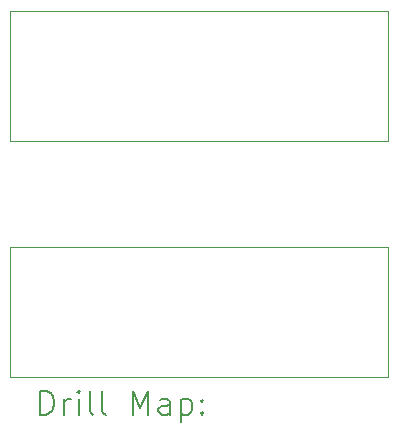
<source format=gbr>
%TF.GenerationSoftware,KiCad,Pcbnew,7.0.7*%
%TF.CreationDate,2023-10-21T18:00:49-07:00*%
%TF.ProjectId,DC32_Cnet_Badge_SAO,44433332-5f43-46e6-9574-5f4261646765,rev?*%
%TF.SameCoordinates,Original*%
%TF.FileFunction,Drillmap*%
%TF.FilePolarity,Positive*%
%FSLAX45Y45*%
G04 Gerber Fmt 4.5, Leading zero omitted, Abs format (unit mm)*
G04 Created by KiCad (PCBNEW 7.0.7) date 2023-10-21 18:00:49*
%MOMM*%
%LPD*%
G01*
G04 APERTURE LIST*
%ADD10C,0.100000*%
%ADD11C,0.200000*%
G04 APERTURE END LIST*
D10*
X14000000Y-6900000D02*
X17200000Y-6900000D01*
X17200000Y-8000000D01*
X14000000Y-8000000D01*
X14000000Y-6900000D01*
X14000000Y-8900000D02*
X17200000Y-8900000D01*
X17200000Y-10000000D01*
X14000000Y-10000000D01*
X14000000Y-8900000D01*
D11*
X14255777Y-10316484D02*
X14255777Y-10116484D01*
X14255777Y-10116484D02*
X14303396Y-10116484D01*
X14303396Y-10116484D02*
X14331967Y-10126008D01*
X14331967Y-10126008D02*
X14351015Y-10145055D01*
X14351015Y-10145055D02*
X14360539Y-10164103D01*
X14360539Y-10164103D02*
X14370062Y-10202198D01*
X14370062Y-10202198D02*
X14370062Y-10230770D01*
X14370062Y-10230770D02*
X14360539Y-10268865D01*
X14360539Y-10268865D02*
X14351015Y-10287912D01*
X14351015Y-10287912D02*
X14331967Y-10306960D01*
X14331967Y-10306960D02*
X14303396Y-10316484D01*
X14303396Y-10316484D02*
X14255777Y-10316484D01*
X14455777Y-10316484D02*
X14455777Y-10183150D01*
X14455777Y-10221246D02*
X14465301Y-10202198D01*
X14465301Y-10202198D02*
X14474824Y-10192674D01*
X14474824Y-10192674D02*
X14493872Y-10183150D01*
X14493872Y-10183150D02*
X14512920Y-10183150D01*
X14579586Y-10316484D02*
X14579586Y-10183150D01*
X14579586Y-10116484D02*
X14570062Y-10126008D01*
X14570062Y-10126008D02*
X14579586Y-10135531D01*
X14579586Y-10135531D02*
X14589110Y-10126008D01*
X14589110Y-10126008D02*
X14579586Y-10116484D01*
X14579586Y-10116484D02*
X14579586Y-10135531D01*
X14703396Y-10316484D02*
X14684348Y-10306960D01*
X14684348Y-10306960D02*
X14674824Y-10287912D01*
X14674824Y-10287912D02*
X14674824Y-10116484D01*
X14808158Y-10316484D02*
X14789110Y-10306960D01*
X14789110Y-10306960D02*
X14779586Y-10287912D01*
X14779586Y-10287912D02*
X14779586Y-10116484D01*
X15036729Y-10316484D02*
X15036729Y-10116484D01*
X15036729Y-10116484D02*
X15103396Y-10259341D01*
X15103396Y-10259341D02*
X15170062Y-10116484D01*
X15170062Y-10116484D02*
X15170062Y-10316484D01*
X15351015Y-10316484D02*
X15351015Y-10211722D01*
X15351015Y-10211722D02*
X15341491Y-10192674D01*
X15341491Y-10192674D02*
X15322443Y-10183150D01*
X15322443Y-10183150D02*
X15284348Y-10183150D01*
X15284348Y-10183150D02*
X15265301Y-10192674D01*
X15351015Y-10306960D02*
X15331967Y-10316484D01*
X15331967Y-10316484D02*
X15284348Y-10316484D01*
X15284348Y-10316484D02*
X15265301Y-10306960D01*
X15265301Y-10306960D02*
X15255777Y-10287912D01*
X15255777Y-10287912D02*
X15255777Y-10268865D01*
X15255777Y-10268865D02*
X15265301Y-10249817D01*
X15265301Y-10249817D02*
X15284348Y-10240293D01*
X15284348Y-10240293D02*
X15331967Y-10240293D01*
X15331967Y-10240293D02*
X15351015Y-10230770D01*
X15446253Y-10183150D02*
X15446253Y-10383150D01*
X15446253Y-10192674D02*
X15465301Y-10183150D01*
X15465301Y-10183150D02*
X15503396Y-10183150D01*
X15503396Y-10183150D02*
X15522443Y-10192674D01*
X15522443Y-10192674D02*
X15531967Y-10202198D01*
X15531967Y-10202198D02*
X15541491Y-10221246D01*
X15541491Y-10221246D02*
X15541491Y-10278389D01*
X15541491Y-10278389D02*
X15531967Y-10297436D01*
X15531967Y-10297436D02*
X15522443Y-10306960D01*
X15522443Y-10306960D02*
X15503396Y-10316484D01*
X15503396Y-10316484D02*
X15465301Y-10316484D01*
X15465301Y-10316484D02*
X15446253Y-10306960D01*
X15627205Y-10297436D02*
X15636729Y-10306960D01*
X15636729Y-10306960D02*
X15627205Y-10316484D01*
X15627205Y-10316484D02*
X15617682Y-10306960D01*
X15617682Y-10306960D02*
X15627205Y-10297436D01*
X15627205Y-10297436D02*
X15627205Y-10316484D01*
X15627205Y-10192674D02*
X15636729Y-10202198D01*
X15636729Y-10202198D02*
X15627205Y-10211722D01*
X15627205Y-10211722D02*
X15617682Y-10202198D01*
X15617682Y-10202198D02*
X15627205Y-10192674D01*
X15627205Y-10192674D02*
X15627205Y-10211722D01*
M02*

</source>
